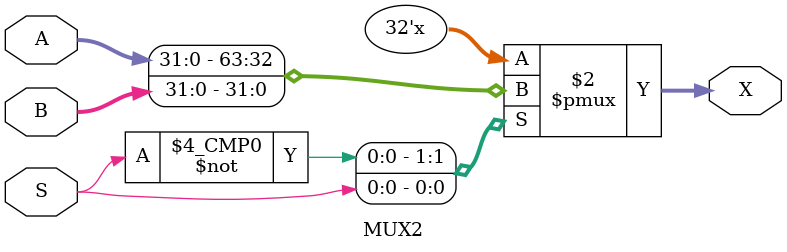
<source format=v>
module MUX2(
  input [31:0] A, B,
  input  S,
  output reg [31:0] X
);

  always @(A or B or S)
  begin
    case (S)
      1'b0: X = A;
      1'b1: X = B;
    endcase
  end

endmodule
</source>
